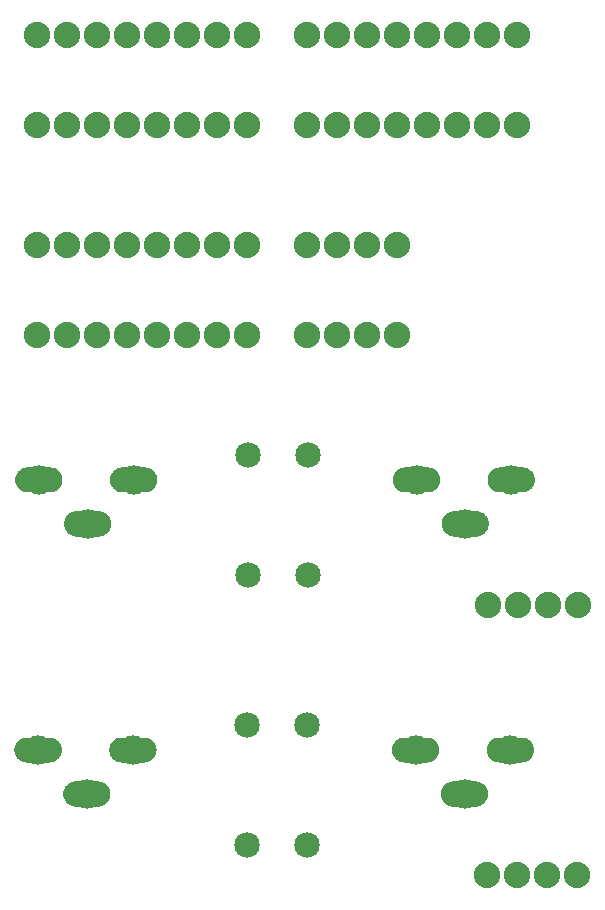
<source format=gts>
G04 MADE WITH FRITZING*
G04 WWW.FRITZING.ORG*
G04 DOUBLE SIDED*
G04 HOLES PLATED*
G04 CONTOUR ON CENTER OF CONTOUR VECTOR*
%ASAXBY*%
%FSLAX23Y23*%
%MOIN*%
%OFA0B0*%
%SFA1.0B1.0*%
%ADD10C,0.088000*%
%ADD11C,0.085000*%
%ADD12C,0.097244*%
%ADD13R,0.001000X0.001000*%
%LNMASK1*%
G90*
G70*
G54D10*
X1820Y3439D03*
X1720Y3439D03*
X1620Y3439D03*
X1520Y3439D03*
X1420Y3439D03*
X1320Y3439D03*
X1220Y3439D03*
X1120Y3439D03*
X920Y3439D03*
X820Y3439D03*
X720Y3439D03*
X620Y3439D03*
X520Y3439D03*
X420Y3439D03*
X320Y3439D03*
X220Y3439D03*
X920Y3739D03*
X820Y3739D03*
X720Y3739D03*
X620Y3739D03*
X520Y3739D03*
X420Y3739D03*
X320Y3739D03*
X220Y3739D03*
X1820Y3739D03*
X1720Y3739D03*
X1620Y3739D03*
X1520Y3739D03*
X1420Y3739D03*
X1320Y3739D03*
X1220Y3739D03*
X1120Y3739D03*
X1420Y2739D03*
X1320Y2739D03*
X1220Y2739D03*
X1120Y2739D03*
X920Y2739D03*
X820Y2739D03*
X720Y2739D03*
X620Y2739D03*
X520Y2739D03*
X420Y2739D03*
X320Y2739D03*
X220Y2739D03*
X920Y3039D03*
X820Y3039D03*
X720Y3039D03*
X620Y3039D03*
X520Y3039D03*
X420Y3039D03*
X320Y3039D03*
X220Y3039D03*
X1420Y3039D03*
X1320Y3039D03*
X1220Y3039D03*
X1120Y3039D03*
G54D11*
X1123Y2340D03*
X1123Y1940D03*
X923Y2340D03*
X923Y1940D03*
G54D10*
X2023Y1840D03*
X1923Y1840D03*
X1823Y1840D03*
X1723Y1840D03*
G54D12*
X1801Y2256D03*
X542Y2256D03*
X1648Y2109D03*
X389Y2109D03*
X1485Y2256D03*
X227Y2256D03*
G54D11*
X1120Y1439D03*
X1120Y1039D03*
X920Y1439D03*
X920Y1039D03*
G54D10*
X2020Y939D03*
X1920Y939D03*
X1820Y939D03*
X1720Y939D03*
G54D12*
X1798Y1355D03*
X540Y1355D03*
X1645Y1209D03*
X386Y1209D03*
X1482Y1355D03*
X224Y1355D03*
G54D13*
X185Y2298D02*
X267Y2298D01*
X501Y2298D02*
X583Y2298D01*
X1444Y2298D02*
X1525Y2298D01*
X1760Y2298D02*
X1841Y2298D01*
X180Y2297D02*
X272Y2297D01*
X496Y2297D02*
X588Y2297D01*
X1438Y2297D02*
X1531Y2297D01*
X1754Y2297D02*
X1847Y2297D01*
X176Y2296D02*
X276Y2296D01*
X492Y2296D02*
X592Y2296D01*
X1435Y2296D02*
X1534Y2296D01*
X1751Y2296D02*
X1850Y2296D01*
X174Y2295D02*
X278Y2295D01*
X489Y2295D02*
X594Y2295D01*
X1432Y2295D02*
X1537Y2295D01*
X1748Y2295D02*
X1853Y2295D01*
X171Y2294D02*
X281Y2294D01*
X487Y2294D02*
X597Y2294D01*
X1430Y2294D02*
X1539Y2294D01*
X1746Y2294D02*
X1855Y2294D01*
X169Y2293D02*
X283Y2293D01*
X485Y2293D02*
X599Y2293D01*
X1428Y2293D02*
X1541Y2293D01*
X1744Y2293D02*
X1857Y2293D01*
X168Y2292D02*
X284Y2292D01*
X484Y2292D02*
X600Y2292D01*
X1426Y2292D02*
X1543Y2292D01*
X1742Y2292D02*
X1859Y2292D01*
X166Y2291D02*
X286Y2291D01*
X482Y2291D02*
X602Y2291D01*
X1425Y2291D02*
X1545Y2291D01*
X1740Y2291D02*
X1860Y2291D01*
X165Y2290D02*
X287Y2290D01*
X481Y2290D02*
X603Y2290D01*
X1423Y2290D02*
X1546Y2290D01*
X1739Y2290D02*
X1862Y2290D01*
X163Y2289D02*
X289Y2289D01*
X479Y2289D02*
X605Y2289D01*
X1422Y2289D02*
X1547Y2289D01*
X1738Y2289D02*
X1863Y2289D01*
X162Y2288D02*
X290Y2288D01*
X478Y2288D02*
X606Y2288D01*
X1421Y2288D02*
X1548Y2288D01*
X1736Y2288D02*
X1864Y2288D01*
X161Y2287D02*
X291Y2287D01*
X477Y2287D02*
X607Y2287D01*
X1420Y2287D02*
X1550Y2287D01*
X1735Y2287D02*
X1865Y2287D01*
X160Y2286D02*
X292Y2286D01*
X476Y2286D02*
X608Y2286D01*
X1418Y2286D02*
X1551Y2286D01*
X1734Y2286D02*
X1867Y2286D01*
X159Y2285D02*
X293Y2285D01*
X475Y2285D02*
X609Y2285D01*
X1417Y2285D02*
X1552Y2285D01*
X1733Y2285D02*
X1867Y2285D01*
X158Y2284D02*
X294Y2284D01*
X474Y2284D02*
X610Y2284D01*
X1417Y2284D02*
X1553Y2284D01*
X1732Y2284D02*
X1868Y2284D01*
X157Y2283D02*
X295Y2283D01*
X473Y2283D02*
X611Y2283D01*
X1416Y2283D02*
X1553Y2283D01*
X1732Y2283D02*
X1869Y2283D01*
X156Y2282D02*
X296Y2282D01*
X472Y2282D02*
X611Y2282D01*
X1415Y2282D02*
X1554Y2282D01*
X1731Y2282D02*
X1870Y2282D01*
X156Y2281D02*
X296Y2281D01*
X472Y2281D02*
X612Y2281D01*
X1414Y2281D02*
X1555Y2281D01*
X1730Y2281D02*
X1871Y2281D01*
X155Y2280D02*
X297Y2280D01*
X471Y2280D02*
X613Y2280D01*
X1413Y2280D02*
X1556Y2280D01*
X1729Y2280D02*
X1871Y2280D01*
X154Y2279D02*
X298Y2279D01*
X470Y2279D02*
X614Y2279D01*
X1413Y2279D02*
X1556Y2279D01*
X1729Y2279D02*
X1872Y2279D01*
X154Y2278D02*
X298Y2278D01*
X470Y2278D02*
X614Y2278D01*
X1412Y2278D02*
X1557Y2278D01*
X1728Y2278D02*
X1873Y2278D01*
X153Y2277D02*
X299Y2277D01*
X469Y2277D02*
X615Y2277D01*
X1412Y2277D02*
X1557Y2277D01*
X1728Y2277D02*
X1873Y2277D01*
X153Y2276D02*
X300Y2276D01*
X468Y2276D02*
X615Y2276D01*
X1411Y2276D02*
X1558Y2276D01*
X1727Y2276D02*
X1874Y2276D01*
X152Y2275D02*
X300Y2275D01*
X468Y2275D02*
X616Y2275D01*
X1411Y2275D02*
X1558Y2275D01*
X1726Y2275D02*
X1874Y2275D01*
X152Y2274D02*
X300Y2274D01*
X467Y2274D02*
X616Y2274D01*
X1410Y2274D02*
X1559Y2274D01*
X1726Y2274D02*
X1875Y2274D01*
X151Y2273D02*
X223Y2273D01*
X229Y2273D02*
X301Y2273D01*
X467Y2273D02*
X539Y2273D01*
X545Y2273D02*
X617Y2273D01*
X1410Y2273D02*
X1481Y2273D01*
X1488Y2273D02*
X1559Y2273D01*
X1726Y2273D02*
X1797Y2273D01*
X1804Y2273D02*
X1875Y2273D01*
X151Y2272D02*
X219Y2272D01*
X233Y2272D02*
X301Y2272D01*
X467Y2272D02*
X535Y2272D01*
X549Y2272D02*
X617Y2272D01*
X1409Y2272D02*
X1477Y2272D01*
X1492Y2272D02*
X1560Y2272D01*
X1725Y2272D02*
X1793Y2272D01*
X1807Y2272D02*
X1876Y2272D01*
X150Y2271D02*
X217Y2271D01*
X235Y2271D02*
X302Y2271D01*
X466Y2271D02*
X533Y2271D01*
X551Y2271D02*
X618Y2271D01*
X1409Y2271D02*
X1476Y2271D01*
X1494Y2271D02*
X1560Y2271D01*
X1725Y2271D02*
X1791Y2271D01*
X1809Y2271D02*
X1876Y2271D01*
X150Y2270D02*
X216Y2270D01*
X237Y2270D02*
X302Y2270D01*
X466Y2270D02*
X531Y2270D01*
X552Y2270D02*
X618Y2270D01*
X1409Y2270D02*
X1474Y2270D01*
X1495Y2270D02*
X1561Y2270D01*
X1724Y2270D02*
X1790Y2270D01*
X1811Y2270D02*
X1876Y2270D01*
X150Y2269D02*
X214Y2269D01*
X238Y2269D02*
X302Y2269D01*
X465Y2269D02*
X530Y2269D01*
X554Y2269D02*
X618Y2269D01*
X1408Y2269D02*
X1473Y2269D01*
X1496Y2269D02*
X1561Y2269D01*
X1724Y2269D02*
X1789Y2269D01*
X1812Y2269D02*
X1877Y2269D01*
X149Y2268D02*
X213Y2268D01*
X239Y2268D02*
X303Y2268D01*
X465Y2268D02*
X529Y2268D01*
X555Y2268D02*
X619Y2268D01*
X1408Y2268D02*
X1472Y2268D01*
X1497Y2268D02*
X1561Y2268D01*
X1724Y2268D02*
X1788Y2268D01*
X1813Y2268D02*
X1877Y2268D01*
X149Y2267D02*
X212Y2267D01*
X240Y2267D02*
X303Y2267D01*
X465Y2267D02*
X528Y2267D01*
X556Y2267D02*
X619Y2267D01*
X1408Y2267D02*
X1471Y2267D01*
X1498Y2267D02*
X1562Y2267D01*
X1723Y2267D02*
X1787Y2267D01*
X1814Y2267D02*
X1877Y2267D01*
X149Y2266D02*
X212Y2266D01*
X240Y2266D02*
X303Y2266D01*
X465Y2266D02*
X527Y2266D01*
X556Y2266D02*
X619Y2266D01*
X1407Y2266D02*
X1470Y2266D01*
X1499Y2266D02*
X1562Y2266D01*
X1723Y2266D02*
X1786Y2266D01*
X1815Y2266D02*
X1878Y2266D01*
X149Y2265D02*
X211Y2265D01*
X241Y2265D02*
X304Y2265D01*
X464Y2265D02*
X527Y2265D01*
X557Y2265D02*
X619Y2265D01*
X1407Y2265D02*
X1469Y2265D01*
X1500Y2265D02*
X1562Y2265D01*
X1723Y2265D02*
X1785Y2265D01*
X1815Y2265D02*
X1878Y2265D01*
X148Y2264D02*
X210Y2264D01*
X242Y2264D02*
X304Y2264D01*
X464Y2264D02*
X526Y2264D01*
X558Y2264D02*
X620Y2264D01*
X1407Y2264D02*
X1469Y2264D01*
X1500Y2264D02*
X1562Y2264D01*
X1723Y2264D02*
X1785Y2264D01*
X1816Y2264D02*
X1878Y2264D01*
X148Y2263D02*
X210Y2263D01*
X242Y2263D02*
X304Y2263D01*
X464Y2263D02*
X526Y2263D01*
X558Y2263D02*
X620Y2263D01*
X1407Y2263D02*
X1468Y2263D01*
X1501Y2263D02*
X1562Y2263D01*
X1723Y2263D02*
X1784Y2263D01*
X1817Y2263D02*
X1878Y2263D01*
X148Y2262D02*
X210Y2262D01*
X243Y2262D02*
X304Y2262D01*
X464Y2262D02*
X525Y2262D01*
X558Y2262D02*
X620Y2262D01*
X1407Y2262D02*
X1468Y2262D01*
X1501Y2262D02*
X1563Y2262D01*
X1722Y2262D02*
X1784Y2262D01*
X1817Y2262D02*
X1878Y2262D01*
X148Y2261D02*
X209Y2261D01*
X243Y2261D02*
X304Y2261D01*
X464Y2261D02*
X525Y2261D01*
X559Y2261D02*
X620Y2261D01*
X1406Y2261D02*
X1468Y2261D01*
X1501Y2261D02*
X1563Y2261D01*
X1722Y2261D02*
X1784Y2261D01*
X1817Y2261D02*
X1879Y2261D01*
X148Y2260D02*
X209Y2260D01*
X243Y2260D02*
X304Y2260D01*
X464Y2260D02*
X525Y2260D01*
X559Y2260D02*
X620Y2260D01*
X1406Y2260D02*
X1467Y2260D01*
X1502Y2260D02*
X1563Y2260D01*
X1722Y2260D02*
X1783Y2260D01*
X1818Y2260D02*
X1879Y2260D01*
X148Y2259D02*
X209Y2259D01*
X243Y2259D02*
X304Y2259D01*
X464Y2259D02*
X525Y2259D01*
X559Y2259D02*
X620Y2259D01*
X1406Y2259D02*
X1467Y2259D01*
X1502Y2259D02*
X1563Y2259D01*
X1722Y2259D02*
X1783Y2259D01*
X1818Y2259D02*
X1879Y2259D01*
X148Y2258D02*
X209Y2258D01*
X243Y2258D02*
X304Y2258D01*
X463Y2258D02*
X525Y2258D01*
X559Y2258D02*
X620Y2258D01*
X1406Y2258D02*
X1467Y2258D01*
X1502Y2258D02*
X1563Y2258D01*
X1722Y2258D02*
X1783Y2258D01*
X1818Y2258D02*
X1879Y2258D01*
X148Y2257D02*
X209Y2257D01*
X243Y2257D02*
X304Y2257D01*
X463Y2257D02*
X524Y2257D01*
X559Y2257D02*
X620Y2257D01*
X1406Y2257D02*
X1467Y2257D01*
X1502Y2257D02*
X1563Y2257D01*
X1722Y2257D02*
X1783Y2257D01*
X1818Y2257D02*
X1879Y2257D01*
X148Y2256D02*
X209Y2256D01*
X244Y2256D02*
X305Y2256D01*
X463Y2256D02*
X524Y2256D01*
X559Y2256D02*
X620Y2256D01*
X1406Y2256D02*
X1467Y2256D01*
X1502Y2256D02*
X1563Y2256D01*
X1722Y2256D02*
X1783Y2256D01*
X1818Y2256D02*
X1879Y2256D01*
X148Y2255D02*
X209Y2255D01*
X243Y2255D02*
X304Y2255D01*
X463Y2255D02*
X525Y2255D01*
X559Y2255D02*
X620Y2255D01*
X1406Y2255D02*
X1467Y2255D01*
X1502Y2255D02*
X1563Y2255D01*
X1722Y2255D02*
X1783Y2255D01*
X1818Y2255D02*
X1879Y2255D01*
X148Y2254D02*
X209Y2254D01*
X243Y2254D02*
X304Y2254D01*
X464Y2254D02*
X525Y2254D01*
X559Y2254D02*
X620Y2254D01*
X1406Y2254D02*
X1467Y2254D01*
X1502Y2254D02*
X1563Y2254D01*
X1722Y2254D02*
X1783Y2254D01*
X1818Y2254D02*
X1879Y2254D01*
X148Y2253D02*
X209Y2253D01*
X243Y2253D02*
X304Y2253D01*
X464Y2253D02*
X525Y2253D01*
X559Y2253D02*
X620Y2253D01*
X1406Y2253D02*
X1467Y2253D01*
X1502Y2253D02*
X1563Y2253D01*
X1722Y2253D02*
X1783Y2253D01*
X1818Y2253D02*
X1879Y2253D01*
X148Y2252D02*
X209Y2252D01*
X243Y2252D02*
X304Y2252D01*
X464Y2252D02*
X525Y2252D01*
X559Y2252D02*
X620Y2252D01*
X1406Y2252D02*
X1468Y2252D01*
X1502Y2252D02*
X1563Y2252D01*
X1722Y2252D02*
X1783Y2252D01*
X1817Y2252D02*
X1879Y2252D01*
X148Y2251D02*
X209Y2251D01*
X243Y2251D02*
X304Y2251D01*
X464Y2251D02*
X525Y2251D01*
X559Y2251D02*
X620Y2251D01*
X1406Y2251D02*
X1468Y2251D01*
X1501Y2251D02*
X1563Y2251D01*
X1722Y2251D02*
X1784Y2251D01*
X1817Y2251D02*
X1879Y2251D01*
X148Y2250D02*
X210Y2250D01*
X242Y2250D02*
X304Y2250D01*
X464Y2250D02*
X526Y2250D01*
X558Y2250D02*
X620Y2250D01*
X1407Y2250D02*
X1468Y2250D01*
X1501Y2250D02*
X1562Y2250D01*
X1722Y2250D02*
X1784Y2250D01*
X1817Y2250D02*
X1878Y2250D01*
X148Y2249D02*
X210Y2249D01*
X242Y2249D02*
X304Y2249D01*
X464Y2249D02*
X526Y2249D01*
X558Y2249D02*
X620Y2249D01*
X1407Y2249D02*
X1469Y2249D01*
X1500Y2249D02*
X1562Y2249D01*
X1723Y2249D02*
X1784Y2249D01*
X1816Y2249D02*
X1878Y2249D01*
X148Y2248D02*
X211Y2248D01*
X241Y2248D02*
X304Y2248D01*
X464Y2248D02*
X527Y2248D01*
X557Y2248D02*
X620Y2248D01*
X1407Y2248D02*
X1469Y2248D01*
X1500Y2248D02*
X1562Y2248D01*
X1723Y2248D02*
X1785Y2248D01*
X1816Y2248D02*
X1878Y2248D01*
X149Y2247D02*
X211Y2247D01*
X241Y2247D02*
X303Y2247D01*
X465Y2247D02*
X527Y2247D01*
X557Y2247D02*
X619Y2247D01*
X1407Y2247D02*
X1470Y2247D01*
X1499Y2247D02*
X1562Y2247D01*
X1723Y2247D02*
X1786Y2247D01*
X1815Y2247D02*
X1878Y2247D01*
X149Y2246D02*
X212Y2246D01*
X240Y2246D02*
X303Y2246D01*
X465Y2246D02*
X528Y2246D01*
X556Y2246D02*
X619Y2246D01*
X1407Y2246D02*
X1471Y2246D01*
X1499Y2246D02*
X1562Y2246D01*
X1723Y2246D02*
X1786Y2246D01*
X1814Y2246D02*
X1878Y2246D01*
X149Y2245D02*
X213Y2245D01*
X239Y2245D02*
X303Y2245D01*
X465Y2245D02*
X529Y2245D01*
X555Y2245D02*
X619Y2245D01*
X1408Y2245D02*
X1471Y2245D01*
X1498Y2245D02*
X1561Y2245D01*
X1724Y2245D02*
X1787Y2245D01*
X1814Y2245D02*
X1877Y2245D01*
X149Y2244D02*
X214Y2244D01*
X238Y2244D02*
X303Y2244D01*
X465Y2244D02*
X530Y2244D01*
X554Y2244D02*
X618Y2244D01*
X1408Y2244D02*
X1472Y2244D01*
X1497Y2244D02*
X1561Y2244D01*
X1724Y2244D02*
X1788Y2244D01*
X1813Y2244D02*
X1877Y2244D01*
X150Y2243D02*
X215Y2243D01*
X237Y2243D02*
X302Y2243D01*
X466Y2243D02*
X531Y2243D01*
X553Y2243D02*
X618Y2243D01*
X1408Y2243D02*
X1473Y2243D01*
X1496Y2243D02*
X1561Y2243D01*
X1724Y2243D02*
X1789Y2243D01*
X1811Y2243D02*
X1877Y2243D01*
X150Y2242D02*
X216Y2242D01*
X236Y2242D02*
X302Y2242D01*
X466Y2242D02*
X532Y2242D01*
X552Y2242D02*
X618Y2242D01*
X1409Y2242D02*
X1475Y2242D01*
X1494Y2242D02*
X1560Y2242D01*
X1725Y2242D02*
X1791Y2242D01*
X1810Y2242D02*
X1876Y2242D01*
X151Y2241D02*
X218Y2241D01*
X234Y2241D02*
X302Y2241D01*
X466Y2241D02*
X534Y2241D01*
X550Y2241D02*
X617Y2241D01*
X1409Y2241D02*
X1477Y2241D01*
X1493Y2241D02*
X1560Y2241D01*
X1725Y2241D02*
X1792Y2241D01*
X1808Y2241D02*
X1876Y2241D01*
X151Y2240D02*
X221Y2240D01*
X232Y2240D02*
X301Y2240D01*
X467Y2240D02*
X536Y2240D01*
X547Y2240D02*
X617Y2240D01*
X1409Y2240D02*
X1479Y2240D01*
X1490Y2240D02*
X1560Y2240D01*
X1725Y2240D02*
X1795Y2240D01*
X1806Y2240D02*
X1876Y2240D01*
X151Y2239D02*
X301Y2239D01*
X467Y2239D02*
X617Y2239D01*
X1410Y2239D02*
X1559Y2239D01*
X1726Y2239D02*
X1875Y2239D01*
X152Y2238D02*
X300Y2238D01*
X468Y2238D02*
X616Y2238D01*
X1410Y2238D02*
X1559Y2238D01*
X1726Y2238D02*
X1875Y2238D01*
X152Y2237D02*
X300Y2237D01*
X468Y2237D02*
X616Y2237D01*
X1411Y2237D02*
X1558Y2237D01*
X1727Y2237D02*
X1874Y2237D01*
X153Y2236D02*
X299Y2236D01*
X469Y2236D02*
X615Y2236D01*
X1411Y2236D02*
X1558Y2236D01*
X1727Y2236D02*
X1874Y2236D01*
X153Y2235D02*
X299Y2235D01*
X469Y2235D02*
X614Y2235D01*
X1412Y2235D02*
X1557Y2235D01*
X1728Y2235D02*
X1873Y2235D01*
X154Y2234D02*
X298Y2234D01*
X470Y2234D02*
X614Y2234D01*
X1413Y2234D02*
X1557Y2234D01*
X1728Y2234D02*
X1872Y2234D01*
X155Y2233D02*
X297Y2233D01*
X471Y2233D02*
X613Y2233D01*
X1413Y2233D02*
X1556Y2233D01*
X1729Y2233D02*
X1872Y2233D01*
X155Y2232D02*
X297Y2232D01*
X471Y2232D02*
X613Y2232D01*
X1414Y2232D02*
X1555Y2232D01*
X1730Y2232D02*
X1871Y2232D01*
X156Y2231D02*
X296Y2231D01*
X472Y2231D02*
X612Y2231D01*
X1415Y2231D02*
X1555Y2231D01*
X1730Y2231D02*
X1870Y2231D01*
X157Y2230D02*
X295Y2230D01*
X473Y2230D02*
X611Y2230D01*
X1415Y2230D02*
X1554Y2230D01*
X1731Y2230D02*
X1870Y2230D01*
X158Y2229D02*
X294Y2229D01*
X474Y2229D02*
X610Y2229D01*
X1416Y2229D02*
X1553Y2229D01*
X1732Y2229D02*
X1869Y2229D01*
X159Y2228D02*
X294Y2228D01*
X474Y2228D02*
X609Y2228D01*
X1417Y2228D02*
X1552Y2228D01*
X1733Y2228D02*
X1868Y2228D01*
X159Y2227D02*
X293Y2227D01*
X475Y2227D02*
X608Y2227D01*
X1418Y2227D02*
X1551Y2227D01*
X1734Y2227D02*
X1867Y2227D01*
X160Y2226D02*
X292Y2226D01*
X476Y2226D02*
X607Y2226D01*
X1419Y2226D02*
X1550Y2226D01*
X1735Y2226D02*
X1866Y2226D01*
X162Y2225D02*
X291Y2225D01*
X477Y2225D02*
X606Y2225D01*
X1420Y2225D02*
X1549Y2225D01*
X1736Y2225D02*
X1865Y2225D01*
X163Y2224D02*
X289Y2224D01*
X479Y2224D02*
X605Y2224D01*
X1421Y2224D02*
X1548Y2224D01*
X1737Y2224D02*
X1864Y2224D01*
X164Y2223D02*
X288Y2223D01*
X480Y2223D02*
X604Y2223D01*
X1423Y2223D02*
X1547Y2223D01*
X1738Y2223D02*
X1862Y2223D01*
X165Y2222D02*
X287Y2222D01*
X481Y2222D02*
X603Y2222D01*
X1424Y2222D02*
X1545Y2222D01*
X1740Y2222D02*
X1861Y2222D01*
X167Y2221D02*
X285Y2221D01*
X483Y2221D02*
X601Y2221D01*
X1425Y2221D02*
X1544Y2221D01*
X1741Y2221D02*
X1860Y2221D01*
X169Y2220D02*
X284Y2220D01*
X484Y2220D02*
X599Y2220D01*
X1427Y2220D02*
X1542Y2220D01*
X1743Y2220D02*
X1858Y2220D01*
X170Y2219D02*
X282Y2219D01*
X486Y2219D02*
X598Y2219D01*
X1429Y2219D02*
X1540Y2219D01*
X1745Y2219D02*
X1856Y2219D01*
X172Y2218D02*
X280Y2218D01*
X488Y2218D02*
X595Y2218D01*
X1431Y2218D02*
X1538Y2218D01*
X1747Y2218D02*
X1854Y2218D01*
X175Y2217D02*
X277Y2217D01*
X491Y2217D02*
X593Y2217D01*
X1433Y2217D02*
X1536Y2217D01*
X1749Y2217D02*
X1851Y2217D01*
X178Y2216D02*
X274Y2216D01*
X494Y2216D02*
X590Y2216D01*
X1436Y2216D02*
X1533Y2216D01*
X1752Y2216D02*
X1849Y2216D01*
X182Y2215D02*
X270Y2215D01*
X498Y2215D02*
X586Y2215D01*
X1441Y2215D02*
X1529Y2215D01*
X1756Y2215D02*
X1844Y2215D01*
X344Y2151D02*
X432Y2151D01*
X1603Y2151D02*
X1691Y2151D01*
X340Y2150D02*
X437Y2150D01*
X1599Y2150D02*
X1695Y2150D01*
X337Y2149D02*
X439Y2149D01*
X1596Y2149D02*
X1698Y2149D01*
X335Y2148D02*
X442Y2148D01*
X1593Y2148D02*
X1700Y2148D01*
X333Y2147D02*
X444Y2147D01*
X1591Y2147D02*
X1703Y2147D01*
X331Y2146D02*
X446Y2146D01*
X1589Y2146D02*
X1704Y2146D01*
X329Y2145D02*
X448Y2145D01*
X1588Y2145D02*
X1706Y2145D01*
X328Y2144D02*
X449Y2144D01*
X1586Y2144D02*
X1708Y2144D01*
X326Y2143D02*
X450Y2143D01*
X1585Y2143D02*
X1709Y2143D01*
X325Y2142D02*
X452Y2142D01*
X1584Y2142D02*
X1710Y2142D01*
X324Y2141D02*
X453Y2141D01*
X1582Y2141D02*
X1711Y2141D01*
X323Y2140D02*
X454Y2140D01*
X1581Y2140D02*
X1713Y2140D01*
X322Y2139D02*
X455Y2139D01*
X1580Y2139D02*
X1714Y2139D01*
X321Y2138D02*
X456Y2138D01*
X1579Y2138D02*
X1714Y2138D01*
X320Y2137D02*
X457Y2137D01*
X1579Y2137D02*
X1715Y2137D01*
X319Y2136D02*
X458Y2136D01*
X1578Y2136D02*
X1716Y2136D01*
X318Y2135D02*
X458Y2135D01*
X1577Y2135D02*
X1717Y2135D01*
X318Y2134D02*
X459Y2134D01*
X1576Y2134D02*
X1718Y2134D01*
X317Y2133D02*
X460Y2133D01*
X1576Y2133D02*
X1718Y2133D01*
X316Y2132D02*
X460Y2132D01*
X1575Y2132D02*
X1719Y2132D01*
X316Y2131D02*
X461Y2131D01*
X1574Y2131D02*
X1720Y2131D01*
X315Y2130D02*
X462Y2130D01*
X1574Y2130D02*
X1720Y2130D01*
X315Y2129D02*
X462Y2129D01*
X1573Y2129D02*
X1721Y2129D01*
X314Y2128D02*
X463Y2128D01*
X1573Y2128D02*
X1721Y2128D01*
X314Y2127D02*
X463Y2127D01*
X1572Y2127D02*
X1722Y2127D01*
X313Y2126D02*
X383Y2126D01*
X394Y2126D02*
X464Y2126D01*
X1572Y2126D02*
X1641Y2126D01*
X1652Y2126D02*
X1722Y2126D01*
X313Y2125D02*
X380Y2125D01*
X396Y2125D02*
X464Y2125D01*
X1571Y2125D02*
X1639Y2125D01*
X1655Y2125D02*
X1722Y2125D01*
X313Y2124D02*
X379Y2124D01*
X398Y2124D02*
X464Y2124D01*
X1571Y2124D02*
X1637Y2124D01*
X1657Y2124D02*
X1723Y2124D01*
X312Y2123D02*
X377Y2123D01*
X399Y2123D02*
X465Y2123D01*
X1571Y2123D02*
X1636Y2123D01*
X1658Y2123D02*
X1723Y2123D01*
X312Y2122D02*
X376Y2122D01*
X401Y2122D02*
X465Y2122D01*
X1570Y2122D02*
X1635Y2122D01*
X1659Y2122D02*
X1724Y2122D01*
X312Y2121D02*
X375Y2121D01*
X402Y2121D02*
X465Y2121D01*
X1570Y2121D02*
X1634Y2121D01*
X1660Y2121D02*
X1724Y2121D01*
X311Y2120D02*
X374Y2120D01*
X402Y2120D02*
X466Y2120D01*
X1570Y2120D02*
X1633Y2120D01*
X1661Y2120D02*
X1724Y2120D01*
X311Y2119D02*
X374Y2119D01*
X403Y2119D02*
X466Y2119D01*
X1570Y2119D02*
X1632Y2119D01*
X1662Y2119D02*
X1724Y2119D01*
X311Y2118D02*
X373Y2118D01*
X404Y2118D02*
X466Y2118D01*
X1569Y2118D02*
X1632Y2118D01*
X1662Y2118D02*
X1725Y2118D01*
X311Y2117D02*
X373Y2117D01*
X404Y2117D02*
X466Y2117D01*
X1569Y2117D02*
X1631Y2117D01*
X1663Y2117D02*
X1725Y2117D01*
X310Y2116D02*
X372Y2116D01*
X405Y2116D02*
X466Y2116D01*
X1569Y2116D02*
X1631Y2116D01*
X1663Y2116D02*
X1725Y2116D01*
X310Y2115D02*
X372Y2115D01*
X405Y2115D02*
X467Y2115D01*
X1569Y2115D02*
X1630Y2115D01*
X1664Y2115D02*
X1725Y2115D01*
X310Y2114D02*
X371Y2114D01*
X405Y2114D02*
X467Y2114D01*
X1569Y2114D02*
X1630Y2114D01*
X1664Y2114D02*
X1725Y2114D01*
X310Y2113D02*
X371Y2113D01*
X406Y2113D02*
X467Y2113D01*
X1569Y2113D02*
X1630Y2113D01*
X1664Y2113D02*
X1725Y2113D01*
X310Y2112D02*
X371Y2112D01*
X406Y2112D02*
X467Y2112D01*
X1569Y2112D02*
X1630Y2112D01*
X1664Y2112D02*
X1725Y2112D01*
X310Y2111D02*
X371Y2111D01*
X406Y2111D02*
X467Y2111D01*
X1569Y2111D02*
X1630Y2111D01*
X1664Y2111D02*
X1725Y2111D01*
X310Y2110D02*
X371Y2110D01*
X406Y2110D02*
X467Y2110D01*
X1568Y2110D02*
X1629Y2110D01*
X1664Y2110D02*
X1725Y2110D01*
X310Y2109D02*
X371Y2109D01*
X406Y2109D02*
X467Y2109D01*
X1568Y2109D02*
X1630Y2109D01*
X1664Y2109D02*
X1725Y2109D01*
X310Y2108D02*
X371Y2108D01*
X406Y2108D02*
X467Y2108D01*
X1569Y2108D02*
X1630Y2108D01*
X1664Y2108D02*
X1725Y2108D01*
X310Y2107D02*
X371Y2107D01*
X406Y2107D02*
X467Y2107D01*
X1569Y2107D02*
X1630Y2107D01*
X1664Y2107D02*
X1725Y2107D01*
X310Y2106D02*
X371Y2106D01*
X406Y2106D02*
X467Y2106D01*
X1569Y2106D02*
X1630Y2106D01*
X1664Y2106D02*
X1725Y2106D01*
X310Y2105D02*
X372Y2105D01*
X405Y2105D02*
X467Y2105D01*
X1569Y2105D02*
X1630Y2105D01*
X1664Y2105D02*
X1725Y2105D01*
X310Y2104D02*
X372Y2104D01*
X405Y2104D02*
X466Y2104D01*
X1569Y2104D02*
X1630Y2104D01*
X1663Y2104D02*
X1725Y2104D01*
X311Y2103D02*
X372Y2103D01*
X405Y2103D02*
X466Y2103D01*
X1569Y2103D02*
X1631Y2103D01*
X1663Y2103D02*
X1725Y2103D01*
X311Y2102D02*
X373Y2102D01*
X404Y2102D02*
X466Y2102D01*
X1569Y2102D02*
X1631Y2102D01*
X1663Y2102D02*
X1725Y2102D01*
X311Y2101D02*
X373Y2101D01*
X404Y2101D02*
X466Y2101D01*
X1569Y2101D02*
X1632Y2101D01*
X1662Y2101D02*
X1724Y2101D01*
X311Y2100D02*
X374Y2100D01*
X403Y2100D02*
X466Y2100D01*
X1570Y2100D02*
X1632Y2100D01*
X1661Y2100D02*
X1724Y2100D01*
X311Y2099D02*
X375Y2099D01*
X402Y2099D02*
X465Y2099D01*
X1570Y2099D02*
X1633Y2099D01*
X1661Y2099D02*
X1724Y2099D01*
X312Y2098D02*
X376Y2098D01*
X401Y2098D02*
X465Y2098D01*
X1570Y2098D02*
X1634Y2098D01*
X1660Y2098D02*
X1724Y2098D01*
X312Y2097D02*
X377Y2097D01*
X400Y2097D02*
X465Y2097D01*
X1571Y2097D02*
X1635Y2097D01*
X1659Y2097D02*
X1723Y2097D01*
X312Y2096D02*
X378Y2096D01*
X399Y2096D02*
X464Y2096D01*
X1571Y2096D02*
X1636Y2096D01*
X1657Y2096D02*
X1723Y2096D01*
X313Y2095D02*
X379Y2095D01*
X397Y2095D02*
X464Y2095D01*
X1571Y2095D02*
X1638Y2095D01*
X1656Y2095D02*
X1723Y2095D01*
X313Y2094D02*
X381Y2094D01*
X396Y2094D02*
X464Y2094D01*
X1572Y2094D02*
X1640Y2094D01*
X1654Y2094D02*
X1722Y2094D01*
X314Y2093D02*
X385Y2093D01*
X392Y2093D02*
X463Y2093D01*
X1572Y2093D02*
X1644Y2093D01*
X1650Y2093D02*
X1722Y2093D01*
X314Y2092D02*
X463Y2092D01*
X1573Y2092D02*
X1721Y2092D01*
X314Y2091D02*
X462Y2091D01*
X1573Y2091D02*
X1721Y2091D01*
X315Y2090D02*
X462Y2090D01*
X1573Y2090D02*
X1720Y2090D01*
X316Y2089D02*
X461Y2089D01*
X1574Y2089D02*
X1720Y2089D01*
X316Y2088D02*
X461Y2088D01*
X1575Y2088D02*
X1719Y2088D01*
X317Y2087D02*
X460Y2087D01*
X1575Y2087D02*
X1719Y2087D01*
X317Y2086D02*
X459Y2086D01*
X1576Y2086D02*
X1718Y2086D01*
X318Y2085D02*
X459Y2085D01*
X1577Y2085D02*
X1717Y2085D01*
X319Y2084D02*
X458Y2084D01*
X1577Y2084D02*
X1717Y2084D01*
X320Y2083D02*
X457Y2083D01*
X1578Y2083D02*
X1716Y2083D01*
X320Y2082D02*
X456Y2082D01*
X1579Y2082D02*
X1715Y2082D01*
X321Y2081D02*
X455Y2081D01*
X1580Y2081D02*
X1714Y2081D01*
X322Y2080D02*
X455Y2080D01*
X1581Y2080D02*
X1713Y2080D01*
X323Y2079D02*
X453Y2079D01*
X1582Y2079D02*
X1712Y2079D01*
X324Y2078D02*
X452Y2078D01*
X1583Y2078D02*
X1711Y2078D01*
X326Y2077D02*
X451Y2077D01*
X1584Y2077D02*
X1710Y2077D01*
X327Y2076D02*
X450Y2076D01*
X1586Y2076D02*
X1708Y2076D01*
X328Y2075D02*
X448Y2075D01*
X1587Y2075D02*
X1707Y2075D01*
X330Y2074D02*
X447Y2074D01*
X1589Y2074D02*
X1705Y2074D01*
X332Y2073D02*
X445Y2073D01*
X1590Y2073D02*
X1704Y2073D01*
X334Y2072D02*
X443Y2072D01*
X1592Y2072D02*
X1702Y2072D01*
X336Y2071D02*
X441Y2071D01*
X1594Y2071D02*
X1699Y2071D01*
X339Y2070D02*
X438Y2070D01*
X1597Y2070D02*
X1697Y2070D01*
X342Y2069D02*
X435Y2069D01*
X1601Y2069D02*
X1693Y2069D01*
X348Y2068D02*
X429Y2068D01*
X1606Y2068D02*
X1688Y2068D01*
X179Y1397D02*
X268Y1397D01*
X494Y1397D02*
X584Y1397D01*
X1437Y1397D02*
X1527Y1397D01*
X1753Y1397D02*
X1842Y1397D01*
X175Y1396D02*
X272Y1396D01*
X491Y1396D02*
X588Y1396D01*
X1433Y1396D02*
X1530Y1396D01*
X1749Y1396D02*
X1846Y1396D01*
X172Y1395D02*
X275Y1395D01*
X488Y1395D02*
X591Y1395D01*
X1430Y1395D02*
X1533Y1395D01*
X1746Y1395D02*
X1849Y1395D01*
X170Y1394D02*
X277Y1394D01*
X485Y1394D02*
X593Y1394D01*
X1428Y1394D02*
X1536Y1394D01*
X1744Y1394D02*
X1852Y1394D01*
X167Y1393D02*
X279Y1393D01*
X483Y1393D02*
X595Y1393D01*
X1426Y1393D02*
X1538Y1393D01*
X1742Y1393D02*
X1854Y1393D01*
X166Y1392D02*
X281Y1392D01*
X481Y1392D02*
X597Y1392D01*
X1424Y1392D02*
X1540Y1392D01*
X1740Y1392D02*
X1855Y1392D01*
X164Y1391D02*
X283Y1391D01*
X480Y1391D02*
X599Y1391D01*
X1422Y1391D02*
X1541Y1391D01*
X1738Y1391D02*
X1857Y1391D01*
X162Y1390D02*
X284Y1390D01*
X478Y1390D02*
X600Y1390D01*
X1421Y1390D02*
X1543Y1390D01*
X1737Y1390D02*
X1859Y1390D01*
X161Y1389D02*
X286Y1389D01*
X477Y1389D02*
X601Y1389D01*
X1420Y1389D02*
X1544Y1389D01*
X1736Y1389D02*
X1860Y1389D01*
X160Y1388D02*
X287Y1388D01*
X476Y1388D02*
X603Y1388D01*
X1418Y1388D02*
X1545Y1388D01*
X1734Y1388D02*
X1861Y1388D01*
X159Y1387D02*
X288Y1387D01*
X475Y1387D02*
X604Y1387D01*
X1417Y1387D02*
X1546Y1387D01*
X1733Y1387D02*
X1862Y1387D01*
X158Y1386D02*
X289Y1386D01*
X473Y1386D02*
X605Y1386D01*
X1416Y1386D02*
X1548Y1386D01*
X1732Y1386D02*
X1863Y1386D01*
X157Y1385D02*
X290Y1385D01*
X473Y1385D02*
X606Y1385D01*
X1415Y1385D02*
X1549Y1385D01*
X1731Y1385D02*
X1864Y1385D01*
X156Y1384D02*
X291Y1384D01*
X472Y1384D02*
X607Y1384D01*
X1414Y1384D02*
X1549Y1384D01*
X1730Y1384D02*
X1865Y1384D01*
X155Y1383D02*
X292Y1383D01*
X471Y1383D02*
X608Y1383D01*
X1413Y1383D02*
X1550Y1383D01*
X1729Y1383D02*
X1866Y1383D01*
X154Y1382D02*
X293Y1382D01*
X470Y1382D02*
X609Y1382D01*
X1413Y1382D02*
X1551Y1382D01*
X1728Y1382D02*
X1867Y1382D01*
X153Y1381D02*
X293Y1381D01*
X469Y1381D02*
X609Y1381D01*
X1412Y1381D02*
X1552Y1381D01*
X1728Y1381D02*
X1868Y1381D01*
X153Y1380D02*
X294Y1380D01*
X468Y1380D02*
X610Y1380D01*
X1411Y1380D02*
X1553Y1380D01*
X1727Y1380D02*
X1868Y1380D01*
X152Y1379D02*
X295Y1379D01*
X468Y1379D02*
X611Y1379D01*
X1410Y1379D02*
X1553Y1379D01*
X1726Y1379D02*
X1869Y1379D01*
X151Y1378D02*
X295Y1378D01*
X467Y1378D02*
X611Y1378D01*
X1410Y1378D02*
X1554Y1378D01*
X1726Y1378D02*
X1870Y1378D01*
X151Y1377D02*
X296Y1377D01*
X467Y1377D02*
X612Y1377D01*
X1409Y1377D02*
X1555Y1377D01*
X1725Y1377D02*
X1870Y1377D01*
X150Y1376D02*
X297Y1376D01*
X466Y1376D02*
X612Y1376D01*
X1409Y1376D02*
X1555Y1376D01*
X1724Y1376D02*
X1871Y1376D01*
X150Y1375D02*
X297Y1375D01*
X465Y1375D02*
X613Y1375D01*
X1408Y1375D02*
X1556Y1375D01*
X1724Y1375D02*
X1871Y1375D01*
X149Y1374D02*
X298Y1374D01*
X465Y1374D02*
X613Y1374D01*
X1408Y1374D02*
X1556Y1374D01*
X1723Y1374D02*
X1872Y1374D01*
X149Y1373D02*
X298Y1373D01*
X464Y1373D02*
X614Y1373D01*
X1407Y1373D02*
X1557Y1373D01*
X1723Y1373D02*
X1872Y1373D01*
X148Y1372D02*
X217Y1372D01*
X229Y1372D02*
X299Y1372D01*
X464Y1372D02*
X533Y1372D01*
X545Y1372D02*
X614Y1372D01*
X1407Y1372D02*
X1476Y1372D01*
X1488Y1372D02*
X1557Y1372D01*
X1723Y1372D02*
X1792Y1372D01*
X1804Y1372D02*
X1873Y1372D01*
X148Y1371D02*
X215Y1371D01*
X232Y1371D02*
X299Y1371D01*
X464Y1371D02*
X531Y1371D01*
X547Y1371D02*
X615Y1371D01*
X1406Y1371D02*
X1474Y1371D01*
X1490Y1371D02*
X1557Y1371D01*
X1722Y1371D02*
X1789Y1371D01*
X1806Y1371D02*
X1873Y1371D01*
X147Y1370D02*
X213Y1370D01*
X233Y1370D02*
X299Y1370D01*
X463Y1370D02*
X529Y1370D01*
X549Y1370D02*
X615Y1370D01*
X1406Y1370D02*
X1472Y1370D01*
X1492Y1370D02*
X1558Y1370D01*
X1722Y1370D02*
X1788Y1370D01*
X1808Y1370D02*
X1874Y1370D01*
X147Y1369D02*
X212Y1369D01*
X235Y1369D02*
X300Y1369D01*
X463Y1369D02*
X528Y1369D01*
X550Y1369D02*
X615Y1369D01*
X1406Y1369D02*
X1471Y1369D01*
X1493Y1369D02*
X1558Y1369D01*
X1721Y1369D02*
X1787Y1369D01*
X1809Y1369D02*
X1874Y1369D01*
X147Y1368D02*
X211Y1368D01*
X236Y1368D02*
X300Y1368D01*
X463Y1368D02*
X527Y1368D01*
X552Y1368D02*
X616Y1368D01*
X1405Y1368D02*
X1469Y1368D01*
X1494Y1368D02*
X1558Y1368D01*
X1721Y1368D02*
X1785Y1368D01*
X1810Y1368D02*
X1874Y1368D01*
X146Y1367D02*
X210Y1367D01*
X237Y1367D02*
X300Y1367D01*
X462Y1367D02*
X526Y1367D01*
X552Y1367D02*
X616Y1367D01*
X1405Y1367D02*
X1469Y1367D01*
X1495Y1367D02*
X1559Y1367D01*
X1721Y1367D02*
X1784Y1367D01*
X1811Y1367D02*
X1875Y1367D01*
X146Y1366D02*
X209Y1366D01*
X237Y1366D02*
X300Y1366D01*
X462Y1366D02*
X525Y1366D01*
X553Y1366D02*
X616Y1366D01*
X1405Y1366D02*
X1468Y1366D01*
X1496Y1366D02*
X1559Y1366D01*
X1721Y1366D02*
X1784Y1366D01*
X1812Y1366D02*
X1875Y1366D01*
X146Y1365D02*
X208Y1365D01*
X238Y1365D02*
X301Y1365D01*
X462Y1365D02*
X524Y1365D01*
X554Y1365D02*
X617Y1365D01*
X1404Y1365D02*
X1467Y1365D01*
X1497Y1365D02*
X1559Y1365D01*
X1720Y1365D02*
X1783Y1365D01*
X1813Y1365D02*
X1875Y1365D01*
X146Y1364D02*
X208Y1364D01*
X239Y1364D02*
X301Y1364D01*
X462Y1364D02*
X524Y1364D01*
X555Y1364D02*
X617Y1364D01*
X1404Y1364D02*
X1466Y1364D01*
X1497Y1364D02*
X1559Y1364D01*
X1720Y1364D02*
X1782Y1364D01*
X1813Y1364D02*
X1875Y1364D01*
X146Y1363D02*
X207Y1363D01*
X239Y1363D02*
X301Y1363D01*
X461Y1363D02*
X523Y1363D01*
X555Y1363D02*
X617Y1363D01*
X1404Y1363D02*
X1466Y1363D01*
X1498Y1363D02*
X1560Y1363D01*
X1720Y1363D02*
X1782Y1363D01*
X1814Y1363D02*
X1876Y1363D01*
X145Y1362D02*
X207Y1362D01*
X240Y1362D02*
X301Y1362D01*
X461Y1362D02*
X523Y1362D01*
X556Y1362D02*
X617Y1362D01*
X1404Y1362D02*
X1465Y1362D01*
X1498Y1362D02*
X1560Y1362D01*
X1720Y1362D02*
X1781Y1362D01*
X1814Y1362D02*
X1876Y1362D01*
X145Y1361D02*
X207Y1361D01*
X240Y1361D02*
X301Y1361D01*
X461Y1361D02*
X523Y1361D01*
X556Y1361D02*
X617Y1361D01*
X1404Y1361D02*
X1465Y1361D01*
X1499Y1361D02*
X1560Y1361D01*
X1720Y1361D02*
X1781Y1361D01*
X1814Y1361D02*
X1876Y1361D01*
X145Y1360D02*
X206Y1360D01*
X240Y1360D02*
X302Y1360D01*
X461Y1360D02*
X522Y1360D01*
X556Y1360D02*
X617Y1360D01*
X1404Y1360D02*
X1465Y1360D01*
X1499Y1360D02*
X1560Y1360D01*
X1719Y1360D02*
X1781Y1360D01*
X1815Y1360D02*
X1876Y1360D01*
X145Y1359D02*
X206Y1359D01*
X241Y1359D02*
X302Y1359D01*
X461Y1359D02*
X522Y1359D01*
X556Y1359D02*
X618Y1359D01*
X1404Y1359D02*
X1465Y1359D01*
X1499Y1359D02*
X1560Y1359D01*
X1719Y1359D02*
X1781Y1359D01*
X1815Y1359D02*
X1876Y1359D01*
X145Y1358D02*
X206Y1358D01*
X241Y1358D02*
X302Y1358D01*
X461Y1358D02*
X522Y1358D01*
X557Y1358D02*
X618Y1358D01*
X1403Y1358D02*
X1465Y1358D01*
X1499Y1358D02*
X1560Y1358D01*
X1719Y1358D02*
X1780Y1358D01*
X1815Y1358D02*
X1876Y1358D01*
X145Y1357D02*
X206Y1357D01*
X241Y1357D02*
X302Y1357D01*
X461Y1357D02*
X522Y1357D01*
X557Y1357D02*
X618Y1357D01*
X1403Y1357D02*
X1464Y1357D01*
X1499Y1357D02*
X1560Y1357D01*
X1719Y1357D02*
X1780Y1357D01*
X1815Y1357D02*
X1876Y1357D01*
X145Y1356D02*
X206Y1356D01*
X241Y1356D02*
X302Y1356D01*
X461Y1356D02*
X522Y1356D01*
X557Y1356D02*
X618Y1356D01*
X1403Y1356D02*
X1464Y1356D01*
X1499Y1356D02*
X1560Y1356D01*
X1719Y1356D02*
X1780Y1356D01*
X1815Y1356D02*
X1876Y1356D01*
X145Y1355D02*
X206Y1355D01*
X241Y1355D02*
X302Y1355D01*
X461Y1355D02*
X522Y1355D01*
X557Y1355D02*
X618Y1355D01*
X1403Y1355D02*
X1464Y1355D01*
X1499Y1355D02*
X1560Y1355D01*
X1719Y1355D02*
X1780Y1355D01*
X1815Y1355D02*
X1876Y1355D01*
X145Y1354D02*
X206Y1354D01*
X241Y1354D02*
X302Y1354D01*
X461Y1354D02*
X522Y1354D01*
X557Y1354D02*
X618Y1354D01*
X1403Y1354D02*
X1465Y1354D01*
X1499Y1354D02*
X1560Y1354D01*
X1719Y1354D02*
X1780Y1354D01*
X1815Y1354D02*
X1876Y1354D01*
X145Y1353D02*
X206Y1353D01*
X241Y1353D02*
X302Y1353D01*
X461Y1353D02*
X522Y1353D01*
X556Y1353D02*
X618Y1353D01*
X1404Y1353D02*
X1465Y1353D01*
X1499Y1353D02*
X1560Y1353D01*
X1719Y1353D02*
X1780Y1353D01*
X1815Y1353D02*
X1876Y1353D01*
X145Y1352D02*
X206Y1352D01*
X240Y1352D02*
X302Y1352D01*
X461Y1352D02*
X522Y1352D01*
X556Y1352D02*
X617Y1352D01*
X1404Y1352D02*
X1465Y1352D01*
X1499Y1352D02*
X1560Y1352D01*
X1719Y1352D02*
X1781Y1352D01*
X1815Y1352D02*
X1876Y1352D01*
X145Y1351D02*
X207Y1351D01*
X240Y1351D02*
X302Y1351D01*
X461Y1351D02*
X522Y1351D01*
X556Y1351D02*
X617Y1351D01*
X1404Y1351D02*
X1465Y1351D01*
X1499Y1351D02*
X1560Y1351D01*
X1720Y1351D02*
X1781Y1351D01*
X1814Y1351D02*
X1876Y1351D01*
X145Y1350D02*
X207Y1350D01*
X240Y1350D02*
X301Y1350D01*
X461Y1350D02*
X523Y1350D01*
X556Y1350D02*
X617Y1350D01*
X1404Y1350D02*
X1465Y1350D01*
X1498Y1350D02*
X1560Y1350D01*
X1720Y1350D02*
X1781Y1350D01*
X1814Y1350D02*
X1876Y1350D01*
X145Y1349D02*
X207Y1349D01*
X239Y1349D02*
X301Y1349D01*
X461Y1349D02*
X523Y1349D01*
X555Y1349D02*
X617Y1349D01*
X1404Y1349D02*
X1466Y1349D01*
X1498Y1349D02*
X1560Y1349D01*
X1720Y1349D02*
X1782Y1349D01*
X1814Y1349D02*
X1876Y1349D01*
X146Y1348D02*
X208Y1348D01*
X239Y1348D02*
X301Y1348D01*
X462Y1348D02*
X524Y1348D01*
X555Y1348D02*
X617Y1348D01*
X1404Y1348D02*
X1466Y1348D01*
X1497Y1348D02*
X1560Y1348D01*
X1720Y1348D02*
X1782Y1348D01*
X1813Y1348D02*
X1875Y1348D01*
X146Y1347D02*
X208Y1347D01*
X238Y1347D02*
X301Y1347D01*
X462Y1347D02*
X524Y1347D01*
X554Y1347D02*
X617Y1347D01*
X1404Y1347D02*
X1467Y1347D01*
X1497Y1347D02*
X1559Y1347D01*
X1720Y1347D02*
X1783Y1347D01*
X1813Y1347D02*
X1875Y1347D01*
X146Y1346D02*
X209Y1346D01*
X238Y1346D02*
X301Y1346D01*
X462Y1346D02*
X525Y1346D01*
X554Y1346D02*
X616Y1346D01*
X1405Y1346D02*
X1468Y1346D01*
X1496Y1346D02*
X1559Y1346D01*
X1720Y1346D02*
X1783Y1346D01*
X1812Y1346D02*
X1875Y1346D01*
X146Y1345D02*
X210Y1345D01*
X237Y1345D02*
X300Y1345D01*
X462Y1345D02*
X526Y1345D01*
X553Y1345D02*
X616Y1345D01*
X1405Y1345D02*
X1468Y1345D01*
X1495Y1345D02*
X1559Y1345D01*
X1721Y1345D02*
X1784Y1345D01*
X1811Y1345D02*
X1875Y1345D01*
X147Y1344D02*
X211Y1344D01*
X236Y1344D02*
X300Y1344D01*
X463Y1344D02*
X527Y1344D01*
X552Y1344D02*
X616Y1344D01*
X1405Y1344D02*
X1469Y1344D01*
X1494Y1344D02*
X1559Y1344D01*
X1721Y1344D02*
X1785Y1344D01*
X1810Y1344D02*
X1874Y1344D01*
X147Y1343D02*
X212Y1343D01*
X235Y1343D02*
X300Y1343D01*
X463Y1343D02*
X528Y1343D01*
X551Y1343D02*
X616Y1343D01*
X1405Y1343D02*
X1470Y1343D01*
X1493Y1343D02*
X1558Y1343D01*
X1721Y1343D02*
X1786Y1343D01*
X1809Y1343D02*
X1874Y1343D01*
X147Y1342D02*
X213Y1342D01*
X234Y1342D02*
X299Y1342D01*
X463Y1342D02*
X529Y1342D01*
X550Y1342D02*
X615Y1342D01*
X1406Y1342D02*
X1472Y1342D01*
X1492Y1342D02*
X1558Y1342D01*
X1722Y1342D02*
X1787Y1342D01*
X1808Y1342D02*
X1874Y1342D01*
X148Y1341D02*
X215Y1341D01*
X232Y1341D02*
X299Y1341D01*
X464Y1341D02*
X530Y1341D01*
X548Y1341D02*
X615Y1341D01*
X1406Y1341D02*
X1473Y1341D01*
X1491Y1341D02*
X1557Y1341D01*
X1722Y1341D02*
X1789Y1341D01*
X1806Y1341D02*
X1873Y1341D01*
X148Y1340D02*
X217Y1340D01*
X230Y1340D02*
X299Y1340D01*
X464Y1340D02*
X532Y1340D01*
X546Y1340D02*
X614Y1340D01*
X1407Y1340D02*
X1475Y1340D01*
X1489Y1340D02*
X1557Y1340D01*
X1722Y1340D02*
X1791Y1340D01*
X1804Y1340D02*
X1873Y1340D01*
X149Y1339D02*
X221Y1339D01*
X225Y1339D02*
X298Y1339D01*
X464Y1339D02*
X537Y1339D01*
X541Y1339D02*
X614Y1339D01*
X1407Y1339D02*
X1480Y1339D01*
X1484Y1339D02*
X1557Y1339D01*
X1723Y1339D02*
X1796Y1339D01*
X1800Y1339D02*
X1873Y1339D01*
X149Y1338D02*
X298Y1338D01*
X465Y1338D02*
X614Y1338D01*
X1407Y1338D02*
X1556Y1338D01*
X1723Y1338D02*
X1872Y1338D01*
X149Y1337D02*
X297Y1337D01*
X465Y1337D02*
X613Y1337D01*
X1408Y1337D02*
X1556Y1337D01*
X1724Y1337D02*
X1872Y1337D01*
X150Y1336D02*
X297Y1336D01*
X466Y1336D02*
X613Y1336D01*
X1408Y1336D02*
X1555Y1336D01*
X1724Y1336D02*
X1871Y1336D01*
X151Y1335D02*
X296Y1335D01*
X466Y1335D02*
X612Y1335D01*
X1409Y1335D02*
X1555Y1335D01*
X1725Y1335D02*
X1871Y1335D01*
X151Y1334D02*
X296Y1334D01*
X467Y1334D02*
X611Y1334D01*
X1410Y1334D02*
X1554Y1334D01*
X1725Y1334D02*
X1870Y1334D01*
X152Y1333D02*
X295Y1333D01*
X468Y1333D02*
X611Y1333D01*
X1410Y1333D02*
X1553Y1333D01*
X1726Y1333D02*
X1869Y1333D01*
X152Y1332D02*
X294Y1332D01*
X468Y1332D02*
X610Y1332D01*
X1411Y1332D02*
X1553Y1332D01*
X1727Y1332D02*
X1869Y1332D01*
X153Y1331D02*
X294Y1331D01*
X469Y1331D02*
X609Y1331D01*
X1412Y1331D02*
X1552Y1331D01*
X1727Y1331D02*
X1868Y1331D01*
X154Y1330D02*
X293Y1330D01*
X470Y1330D02*
X609Y1330D01*
X1412Y1330D02*
X1551Y1330D01*
X1728Y1330D02*
X1867Y1330D01*
X155Y1329D02*
X292Y1329D01*
X470Y1329D02*
X608Y1329D01*
X1413Y1329D02*
X1551Y1329D01*
X1729Y1329D02*
X1866Y1329D01*
X155Y1328D02*
X291Y1328D01*
X471Y1328D02*
X607Y1328D01*
X1414Y1328D02*
X1550Y1328D01*
X1730Y1328D02*
X1866Y1328D01*
X156Y1327D02*
X290Y1327D01*
X472Y1327D02*
X606Y1327D01*
X1415Y1327D02*
X1549Y1327D01*
X1731Y1327D02*
X1865Y1327D01*
X157Y1326D02*
X289Y1326D01*
X473Y1326D02*
X605Y1326D01*
X1416Y1326D02*
X1548Y1326D01*
X1732Y1326D02*
X1864Y1326D01*
X158Y1325D02*
X288Y1325D01*
X474Y1325D02*
X604Y1325D01*
X1417Y1325D02*
X1547Y1325D01*
X1733Y1325D02*
X1863Y1325D01*
X160Y1324D02*
X287Y1324D01*
X475Y1324D02*
X603Y1324D01*
X1418Y1324D02*
X1546Y1324D01*
X1734Y1324D02*
X1862Y1324D01*
X161Y1323D02*
X286Y1323D01*
X477Y1323D02*
X602Y1323D01*
X1419Y1323D02*
X1544Y1323D01*
X1735Y1323D02*
X1860Y1323D01*
X162Y1322D02*
X285Y1322D01*
X478Y1322D02*
X600Y1322D01*
X1421Y1322D02*
X1543Y1322D01*
X1737Y1322D02*
X1859Y1322D01*
X164Y1321D02*
X283Y1321D01*
X479Y1321D02*
X599Y1321D01*
X1422Y1321D02*
X1542Y1321D01*
X1738Y1321D02*
X1858Y1321D01*
X165Y1320D02*
X281Y1320D01*
X481Y1320D02*
X597Y1320D01*
X1424Y1320D02*
X1540Y1320D01*
X1740Y1320D02*
X1856Y1320D01*
X167Y1319D02*
X280Y1319D01*
X483Y1319D02*
X596Y1319D01*
X1425Y1319D02*
X1538Y1319D01*
X1741Y1319D02*
X1854Y1319D01*
X169Y1318D02*
X278Y1318D01*
X485Y1318D02*
X594Y1318D01*
X1427Y1318D02*
X1536Y1318D01*
X1743Y1318D02*
X1852Y1318D01*
X171Y1317D02*
X275Y1317D01*
X487Y1317D02*
X591Y1317D01*
X1430Y1317D02*
X1534Y1317D01*
X1746Y1317D02*
X1850Y1317D01*
X174Y1316D02*
X273Y1316D01*
X490Y1316D02*
X589Y1316D01*
X1432Y1316D02*
X1531Y1316D01*
X1748Y1316D02*
X1847Y1316D01*
X178Y1315D02*
X269Y1315D01*
X493Y1315D02*
X585Y1315D01*
X1436Y1315D02*
X1528Y1315D01*
X1752Y1315D02*
X1844Y1315D01*
X184Y1314D02*
X262Y1314D01*
X500Y1314D02*
X578Y1314D01*
X1443Y1314D02*
X1521Y1314D01*
X1759Y1314D02*
X1837Y1314D01*
X344Y1251D02*
X427Y1251D01*
X1603Y1251D02*
X1686Y1251D01*
X339Y1250D02*
X432Y1250D01*
X1598Y1250D02*
X1691Y1250D01*
X336Y1249D02*
X436Y1249D01*
X1594Y1249D02*
X1694Y1249D01*
X333Y1248D02*
X438Y1248D01*
X1592Y1248D02*
X1697Y1248D01*
X331Y1247D02*
X441Y1247D01*
X1589Y1247D02*
X1699Y1247D01*
X329Y1246D02*
X443Y1246D01*
X1587Y1246D02*
X1701Y1246D01*
X327Y1245D02*
X444Y1245D01*
X1586Y1245D02*
X1703Y1245D01*
X326Y1244D02*
X446Y1244D01*
X1584Y1244D02*
X1704Y1244D01*
X324Y1243D02*
X447Y1243D01*
X1583Y1243D02*
X1706Y1243D01*
X323Y1242D02*
X449Y1242D01*
X1581Y1242D02*
X1707Y1242D01*
X322Y1241D02*
X450Y1241D01*
X1580Y1241D02*
X1708Y1241D01*
X321Y1240D02*
X451Y1240D01*
X1579Y1240D02*
X1709Y1240D01*
X319Y1239D02*
X452Y1239D01*
X1578Y1239D02*
X1710Y1239D01*
X319Y1238D02*
X453Y1238D01*
X1577Y1238D02*
X1711Y1238D01*
X318Y1237D02*
X454Y1237D01*
X1576Y1237D02*
X1712Y1237D01*
X317Y1236D02*
X455Y1236D01*
X1575Y1236D02*
X1713Y1236D01*
X316Y1235D02*
X455Y1235D01*
X1575Y1235D02*
X1714Y1235D01*
X315Y1234D02*
X456Y1234D01*
X1574Y1234D02*
X1715Y1234D01*
X315Y1233D02*
X457Y1233D01*
X1573Y1233D02*
X1715Y1233D01*
X314Y1232D02*
X457Y1232D01*
X1572Y1232D02*
X1716Y1232D01*
X313Y1231D02*
X458Y1231D01*
X1572Y1231D02*
X1717Y1231D01*
X313Y1230D02*
X459Y1230D01*
X1571Y1230D02*
X1717Y1230D01*
X312Y1229D02*
X459Y1229D01*
X1571Y1229D02*
X1718Y1229D01*
X312Y1228D02*
X460Y1228D01*
X1570Y1228D02*
X1718Y1228D01*
X311Y1227D02*
X460Y1227D01*
X1570Y1227D02*
X1719Y1227D01*
X311Y1226D02*
X382Y1226D01*
X390Y1226D02*
X461Y1226D01*
X1569Y1226D02*
X1640Y1226D01*
X1648Y1226D02*
X1719Y1226D01*
X310Y1225D02*
X378Y1225D01*
X393Y1225D02*
X461Y1225D01*
X1569Y1225D02*
X1637Y1225D01*
X1652Y1225D02*
X1720Y1225D01*
X310Y1224D02*
X377Y1224D01*
X395Y1224D02*
X461Y1224D01*
X1569Y1224D02*
X1635Y1224D01*
X1653Y1224D02*
X1720Y1224D01*
X310Y1223D02*
X375Y1223D01*
X396Y1223D02*
X462Y1223D01*
X1568Y1223D02*
X1634Y1223D01*
X1655Y1223D02*
X1720Y1223D01*
X309Y1222D02*
X374Y1222D01*
X398Y1222D02*
X462Y1222D01*
X1568Y1222D02*
X1632Y1222D01*
X1656Y1222D02*
X1721Y1222D01*
X309Y1221D02*
X373Y1221D01*
X399Y1221D02*
X462Y1221D01*
X1567Y1221D02*
X1631Y1221D01*
X1657Y1221D02*
X1721Y1221D01*
X309Y1220D02*
X372Y1220D01*
X399Y1220D02*
X463Y1220D01*
X1567Y1220D02*
X1631Y1220D01*
X1658Y1220D02*
X1721Y1220D01*
X308Y1219D02*
X371Y1219D01*
X400Y1219D02*
X463Y1219D01*
X1567Y1219D02*
X1630Y1219D01*
X1659Y1219D02*
X1722Y1219D01*
X308Y1218D02*
X371Y1218D01*
X401Y1218D02*
X463Y1218D01*
X1567Y1218D02*
X1629Y1218D01*
X1659Y1218D02*
X1722Y1218D01*
X308Y1217D02*
X370Y1217D01*
X401Y1217D02*
X463Y1217D01*
X1567Y1217D02*
X1629Y1217D01*
X1660Y1217D02*
X1722Y1217D01*
X308Y1216D02*
X370Y1216D01*
X402Y1216D02*
X464Y1216D01*
X1566Y1216D02*
X1628Y1216D01*
X1660Y1216D02*
X1722Y1216D01*
X308Y1215D02*
X369Y1215D01*
X402Y1215D02*
X464Y1215D01*
X1566Y1215D02*
X1628Y1215D01*
X1661Y1215D02*
X1722Y1215D01*
X308Y1214D02*
X369Y1214D01*
X403Y1214D02*
X464Y1214D01*
X1566Y1214D02*
X1627Y1214D01*
X1661Y1214D02*
X1722Y1214D01*
X307Y1213D02*
X369Y1213D01*
X403Y1213D02*
X464Y1213D01*
X1566Y1213D02*
X1627Y1213D01*
X1661Y1213D02*
X1723Y1213D01*
X307Y1212D02*
X368Y1212D01*
X403Y1212D02*
X464Y1212D01*
X1566Y1212D02*
X1627Y1212D01*
X1661Y1212D02*
X1723Y1212D01*
X307Y1211D02*
X368Y1211D01*
X403Y1211D02*
X464Y1211D01*
X1566Y1211D02*
X1627Y1211D01*
X1662Y1211D02*
X1723Y1211D01*
X307Y1210D02*
X368Y1210D01*
X403Y1210D02*
X464Y1210D01*
X1566Y1210D02*
X1627Y1210D01*
X1662Y1210D02*
X1723Y1210D01*
X307Y1209D02*
X368Y1209D01*
X403Y1209D02*
X464Y1209D01*
X1566Y1209D02*
X1627Y1209D01*
X1662Y1209D02*
X1723Y1209D01*
X307Y1208D02*
X368Y1208D01*
X403Y1208D02*
X464Y1208D01*
X1566Y1208D02*
X1627Y1208D01*
X1662Y1208D02*
X1723Y1208D01*
X307Y1207D02*
X368Y1207D01*
X403Y1207D02*
X464Y1207D01*
X1566Y1207D02*
X1627Y1207D01*
X1662Y1207D02*
X1723Y1207D01*
X307Y1206D02*
X369Y1206D01*
X403Y1206D02*
X464Y1206D01*
X1566Y1206D02*
X1627Y1206D01*
X1661Y1206D02*
X1723Y1206D01*
X307Y1205D02*
X369Y1205D01*
X403Y1205D02*
X464Y1205D01*
X1566Y1205D02*
X1627Y1205D01*
X1661Y1205D02*
X1722Y1205D01*
X308Y1204D02*
X369Y1204D01*
X402Y1204D02*
X464Y1204D01*
X1566Y1204D02*
X1628Y1204D01*
X1661Y1204D02*
X1722Y1204D01*
X308Y1203D02*
X369Y1203D01*
X402Y1203D02*
X464Y1203D01*
X1566Y1203D02*
X1628Y1203D01*
X1661Y1203D02*
X1722Y1203D01*
X308Y1202D02*
X370Y1202D01*
X402Y1202D02*
X463Y1202D01*
X1566Y1202D02*
X1628Y1202D01*
X1660Y1202D02*
X1722Y1202D01*
X308Y1201D02*
X370Y1201D01*
X401Y1201D02*
X463Y1201D01*
X1567Y1201D02*
X1629Y1201D01*
X1660Y1201D02*
X1722Y1201D01*
X308Y1200D02*
X371Y1200D01*
X400Y1200D02*
X463Y1200D01*
X1567Y1200D02*
X1630Y1200D01*
X1659Y1200D02*
X1722Y1200D01*
X309Y1199D02*
X372Y1199D01*
X400Y1199D02*
X463Y1199D01*
X1567Y1199D02*
X1630Y1199D01*
X1658Y1199D02*
X1721Y1199D01*
X309Y1198D02*
X373Y1198D01*
X399Y1198D02*
X463Y1198D01*
X1567Y1198D02*
X1631Y1198D01*
X1657Y1198D02*
X1721Y1198D01*
X309Y1197D02*
X374Y1197D01*
X398Y1197D02*
X462Y1197D01*
X1568Y1197D02*
X1632Y1197D01*
X1656Y1197D02*
X1721Y1197D01*
X310Y1196D02*
X375Y1196D01*
X397Y1196D02*
X462Y1196D01*
X1568Y1196D02*
X1633Y1196D01*
X1655Y1196D02*
X1720Y1196D01*
X310Y1195D02*
X376Y1195D01*
X395Y1195D02*
X462Y1195D01*
X1568Y1195D02*
X1635Y1195D01*
X1654Y1195D02*
X1720Y1195D01*
X310Y1194D02*
X378Y1194D01*
X394Y1194D02*
X461Y1194D01*
X1569Y1194D02*
X1636Y1194D01*
X1652Y1194D02*
X1720Y1194D01*
X311Y1193D02*
X381Y1193D01*
X391Y1193D02*
X461Y1193D01*
X1569Y1193D02*
X1639Y1193D01*
X1649Y1193D02*
X1719Y1193D01*
X311Y1192D02*
X460Y1192D01*
X1570Y1192D02*
X1719Y1192D01*
X312Y1191D02*
X460Y1191D01*
X1570Y1191D02*
X1718Y1191D01*
X312Y1190D02*
X459Y1190D01*
X1571Y1190D02*
X1718Y1190D01*
X313Y1189D02*
X459Y1189D01*
X1571Y1189D02*
X1717Y1189D01*
X313Y1188D02*
X458Y1188D01*
X1572Y1188D02*
X1717Y1188D01*
X314Y1187D02*
X458Y1187D01*
X1572Y1187D02*
X1716Y1187D01*
X314Y1186D02*
X457Y1186D01*
X1573Y1186D02*
X1716Y1186D01*
X315Y1185D02*
X456Y1185D01*
X1574Y1185D02*
X1715Y1185D01*
X316Y1184D02*
X456Y1184D01*
X1574Y1184D02*
X1714Y1184D01*
X317Y1183D02*
X455Y1183D01*
X1575Y1183D02*
X1713Y1183D01*
X317Y1182D02*
X454Y1182D01*
X1576Y1182D02*
X1713Y1182D01*
X318Y1181D02*
X453Y1181D01*
X1577Y1181D02*
X1712Y1181D01*
X319Y1180D02*
X452Y1180D01*
X1578Y1180D02*
X1711Y1180D01*
X320Y1179D02*
X451Y1179D01*
X1579Y1179D02*
X1710Y1179D01*
X321Y1178D02*
X450Y1178D01*
X1580Y1178D02*
X1709Y1178D01*
X322Y1177D02*
X449Y1177D01*
X1581Y1177D02*
X1707Y1177D01*
X324Y1176D02*
X448Y1176D01*
X1582Y1176D02*
X1706Y1176D01*
X325Y1175D02*
X446Y1175D01*
X1584Y1175D02*
X1705Y1175D01*
X327Y1174D02*
X445Y1174D01*
X1585Y1174D02*
X1703Y1174D01*
X328Y1173D02*
X443Y1173D01*
X1587Y1173D02*
X1702Y1173D01*
X330Y1172D02*
X441Y1172D01*
X1589Y1172D02*
X1700Y1172D01*
X332Y1171D02*
X439Y1171D01*
X1591Y1171D02*
X1698Y1171D01*
X335Y1170D02*
X437Y1170D01*
X1593Y1170D02*
X1695Y1170D01*
X338Y1169D02*
X433Y1169D01*
X1597Y1169D02*
X1692Y1169D01*
X342Y1168D02*
X429Y1168D01*
X1601Y1168D02*
X1688Y1168D01*
D02*
G04 End of Mask1*
M02*
</source>
